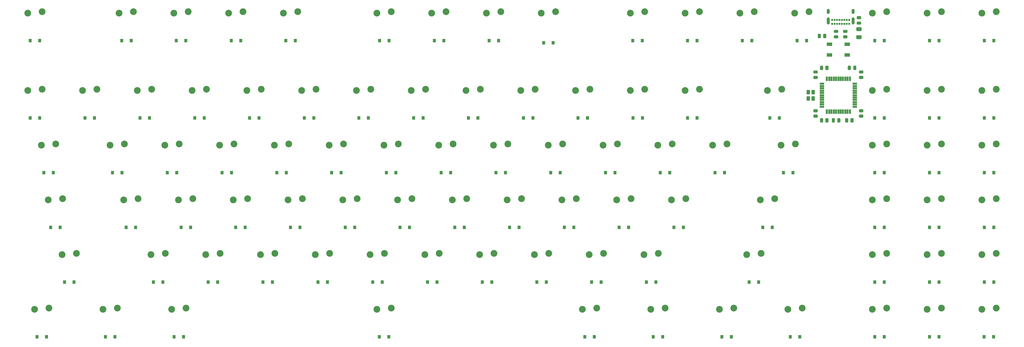
<source format=gbs>
%TF.GenerationSoftware,KiCad,Pcbnew,(5.1.6)-1*%
%TF.CreationDate,2020-08-03T21:56:52-05:00*%
%TF.ProjectId,customKeyboard,63757374-6f6d-44b6-9579-626f6172642e,rev?*%
%TF.SameCoordinates,Original*%
%TF.FileFunction,Soldermask,Bot*%
%TF.FilePolarity,Negative*%
%FSLAX46Y46*%
G04 Gerber Fmt 4.6, Leading zero omitted, Abs format (unit mm)*
G04 Created by KiCad (PCBNEW (5.1.6)-1) date 2020-08-03 21:56:52*
%MOMM*%
%LPD*%
G01*
G04 APERTURE LIST*
%ADD10C,2.350000*%
%ADD11R,1.300000X1.500000*%
%ADD12R,1.600000X0.650000*%
%ADD13R,0.650000X1.600000*%
%ADD14R,1.900000X1.200000*%
%ADD15C,0.750000*%
%ADD16O,1.000000X2.500000*%
%ADD17O,1.000000X1.800000*%
%ADD18R,1.000000X1.300000*%
G04 APERTURE END LIST*
D10*
%TO.C,ALPS74*%
X343575000Y-27750000D03*
X348575000Y-27250000D03*
%TD*%
%TO.C,F1*%
G36*
G01*
X338276250Y-35462500D02*
X339586250Y-35462500D01*
G75*
G02*
X339856250Y-35732500I0J-270000D01*
G01*
X339856250Y-36542500D01*
G75*
G02*
X339586250Y-36812500I-270000J0D01*
G01*
X338276250Y-36812500D01*
G75*
G02*
X338006250Y-36542500I0J270000D01*
G01*
X338006250Y-35732500D01*
G75*
G02*
X338276250Y-35462500I270000J0D01*
G01*
G37*
G36*
G01*
X338276250Y-32662500D02*
X339586250Y-32662500D01*
G75*
G02*
X339856250Y-32932500I0J-270000D01*
G01*
X339856250Y-33742500D01*
G75*
G02*
X339586250Y-34012500I-270000J0D01*
G01*
X338276250Y-34012500D01*
G75*
G02*
X338006250Y-33742500I0J270000D01*
G01*
X338006250Y-32932500D01*
G75*
G02*
X338276250Y-32662500I270000J0D01*
G01*
G37*
%TD*%
%TO.C,R5*%
G36*
G01*
X339412500Y-29906250D02*
X338450000Y-29906250D01*
G75*
G02*
X338181250Y-29637500I0J268750D01*
G01*
X338181250Y-29100000D01*
G75*
G02*
X338450000Y-28831250I268750J0D01*
G01*
X339412500Y-28831250D01*
G75*
G02*
X339681250Y-29100000I0J-268750D01*
G01*
X339681250Y-29637500D01*
G75*
G02*
X339412500Y-29906250I-268750J0D01*
G01*
G37*
G36*
G01*
X339412500Y-31781250D02*
X338450000Y-31781250D01*
G75*
G02*
X338181250Y-31512500I0J268750D01*
G01*
X338181250Y-30975000D01*
G75*
G02*
X338450000Y-30706250I268750J0D01*
G01*
X339412500Y-30706250D01*
G75*
G02*
X339681250Y-30975000I0J-268750D01*
G01*
X339681250Y-31512500D01*
G75*
G02*
X339412500Y-31781250I-268750J0D01*
G01*
G37*
%TD*%
%TO.C,R2*%
G36*
G01*
X331475000Y-34668750D02*
X330512500Y-34668750D01*
G75*
G02*
X330243750Y-34400000I0J268750D01*
G01*
X330243750Y-33862500D01*
G75*
G02*
X330512500Y-33593750I268750J0D01*
G01*
X331475000Y-33593750D01*
G75*
G02*
X331743750Y-33862500I0J-268750D01*
G01*
X331743750Y-34400000D01*
G75*
G02*
X331475000Y-34668750I-268750J0D01*
G01*
G37*
G36*
G01*
X331475000Y-36543750D02*
X330512500Y-36543750D01*
G75*
G02*
X330243750Y-36275000I0J268750D01*
G01*
X330243750Y-35737500D01*
G75*
G02*
X330512500Y-35468750I268750J0D01*
G01*
X331475000Y-35468750D01*
G75*
G02*
X331743750Y-35737500I0J-268750D01*
G01*
X331743750Y-36275000D01*
G75*
G02*
X331475000Y-36543750I-268750J0D01*
G01*
G37*
%TD*%
%TO.C,C7*%
G36*
G01*
X323368750Y-63106250D02*
X324331250Y-63106250D01*
G75*
G02*
X324600000Y-63375000I0J-268750D01*
G01*
X324600000Y-63912500D01*
G75*
G02*
X324331250Y-64181250I-268750J0D01*
G01*
X323368750Y-64181250D01*
G75*
G02*
X323100000Y-63912500I0J268750D01*
G01*
X323100000Y-63375000D01*
G75*
G02*
X323368750Y-63106250I268750J0D01*
G01*
G37*
G36*
G01*
X323368750Y-61231250D02*
X324331250Y-61231250D01*
G75*
G02*
X324600000Y-61500000I0J-268750D01*
G01*
X324600000Y-62037500D01*
G75*
G02*
X324331250Y-62306250I-268750J0D01*
G01*
X323368750Y-62306250D01*
G75*
G02*
X323100000Y-62037500I0J268750D01*
G01*
X323100000Y-61500000D01*
G75*
G02*
X323368750Y-61231250I268750J0D01*
G01*
G37*
%TD*%
%TO.C,ALPS1*%
X49887500Y-27750000D03*
X54887500Y-27250000D03*
%TD*%
%TO.C,R6*%
G36*
G01*
X325687500Y-35237500D02*
X325687500Y-36200000D01*
G75*
G02*
X325418750Y-36468750I-268750J0D01*
G01*
X324881250Y-36468750D01*
G75*
G02*
X324612500Y-36200000I0J268750D01*
G01*
X324612500Y-35237500D01*
G75*
G02*
X324881250Y-34968750I268750J0D01*
G01*
X325418750Y-34968750D01*
G75*
G02*
X325687500Y-35237500I0J-268750D01*
G01*
G37*
G36*
G01*
X327562500Y-35237500D02*
X327562500Y-36200000D01*
G75*
G02*
X327293750Y-36468750I-268750J0D01*
G01*
X326756250Y-36468750D01*
G75*
G02*
X326487500Y-36200000I0J268750D01*
G01*
X326487500Y-35237500D01*
G75*
G02*
X326756250Y-34968750I268750J0D01*
G01*
X327293750Y-34968750D01*
G75*
G02*
X327562500Y-35237500I0J-268750D01*
G01*
G37*
%TD*%
%TO.C,ALPS70*%
X304681250Y-92837500D03*
X309681250Y-92337500D03*
%TD*%
D11*
%TO.C,Y1*%
X321356250Y-55256250D03*
X321356250Y-57456250D03*
X323056250Y-57456250D03*
X323056250Y-55256250D03*
%TD*%
D12*
%TO.C,U1*%
X337487500Y-60356250D03*
X337487500Y-59556250D03*
X337487500Y-58756250D03*
X337487500Y-57956250D03*
X337487500Y-57156250D03*
X337487500Y-56356250D03*
X337487500Y-55556250D03*
X337487500Y-54756250D03*
X337487500Y-53956250D03*
X337487500Y-53156250D03*
X337487500Y-52356250D03*
D13*
X335787500Y-50656250D03*
X334987500Y-50656250D03*
X334187500Y-50656250D03*
X333387500Y-50656250D03*
X332587500Y-50656250D03*
X331787500Y-50656250D03*
X330987500Y-50656250D03*
X330187500Y-50656250D03*
X329387500Y-50656250D03*
X328587500Y-50656250D03*
X327787500Y-50656250D03*
D12*
X326087500Y-52356250D03*
X326087500Y-53156250D03*
X326087500Y-53956250D03*
X326087500Y-54756250D03*
X326087500Y-55556250D03*
X326087500Y-56356250D03*
X326087500Y-57156250D03*
X326087500Y-57956250D03*
X326087500Y-58756250D03*
X326087500Y-59556250D03*
X326087500Y-60356250D03*
D13*
X327787500Y-62056250D03*
X328587500Y-62056250D03*
X329387500Y-62056250D03*
X330187500Y-62056250D03*
X330987500Y-62056250D03*
X331787500Y-62056250D03*
X332587500Y-62056250D03*
X333387500Y-62056250D03*
X334187500Y-62056250D03*
X334987500Y-62056250D03*
X335787500Y-62056250D03*
%TD*%
D14*
%TO.C,SW1*%
X328687500Y-38631250D03*
X334887500Y-42331250D03*
X328687500Y-42331250D03*
X334887500Y-38631250D03*
%TD*%
%TO.C,R4*%
G36*
G01*
X330593750Y-64606250D02*
X330593750Y-65568750D01*
G75*
G02*
X330325000Y-65837500I-268750J0D01*
G01*
X329787500Y-65837500D01*
G75*
G02*
X329518750Y-65568750I0J268750D01*
G01*
X329518750Y-64606250D01*
G75*
G02*
X329787500Y-64337500I268750J0D01*
G01*
X330325000Y-64337500D01*
G75*
G02*
X330593750Y-64606250I0J-268750D01*
G01*
G37*
G36*
G01*
X332468750Y-64606250D02*
X332468750Y-65568750D01*
G75*
G02*
X332200000Y-65837500I-268750J0D01*
G01*
X331662500Y-65837500D01*
G75*
G02*
X331393750Y-65568750I0J268750D01*
G01*
X331393750Y-64606250D01*
G75*
G02*
X331662500Y-64337500I268750J0D01*
G01*
X332200000Y-64337500D01*
G75*
G02*
X332468750Y-64606250I0J-268750D01*
G01*
G37*
%TD*%
%TO.C,R3*%
G36*
G01*
X334650000Y-34668750D02*
X333687500Y-34668750D01*
G75*
G02*
X333418750Y-34400000I0J268750D01*
G01*
X333418750Y-33862500D01*
G75*
G02*
X333687500Y-33593750I268750J0D01*
G01*
X334650000Y-33593750D01*
G75*
G02*
X334918750Y-33862500I0J-268750D01*
G01*
X334918750Y-34400000D01*
G75*
G02*
X334650000Y-34668750I-268750J0D01*
G01*
G37*
G36*
G01*
X334650000Y-36543750D02*
X333687500Y-36543750D01*
G75*
G02*
X333418750Y-36275000I0J268750D01*
G01*
X333418750Y-35737500D01*
G75*
G02*
X333687500Y-35468750I268750J0D01*
G01*
X334650000Y-35468750D01*
G75*
G02*
X334918750Y-35737500I0J-268750D01*
G01*
X334918750Y-36275000D01*
G75*
G02*
X334650000Y-36543750I-268750J0D01*
G01*
G37*
%TD*%
%TO.C,R1*%
G36*
G01*
X336150000Y-46350000D02*
X336150000Y-47312500D01*
G75*
G02*
X335881250Y-47581250I-268750J0D01*
G01*
X335343750Y-47581250D01*
G75*
G02*
X335075000Y-47312500I0J268750D01*
G01*
X335075000Y-46350000D01*
G75*
G02*
X335343750Y-46081250I268750J0D01*
G01*
X335881250Y-46081250D01*
G75*
G02*
X336150000Y-46350000I0J-268750D01*
G01*
G37*
G36*
G01*
X338025000Y-46350000D02*
X338025000Y-47312500D01*
G75*
G02*
X337756250Y-47581250I-268750J0D01*
G01*
X337218750Y-47581250D01*
G75*
G02*
X336950000Y-47312500I0J268750D01*
G01*
X336950000Y-46350000D01*
G75*
G02*
X337218750Y-46081250I268750J0D01*
G01*
X337756250Y-46081250D01*
G75*
G02*
X338025000Y-46350000I0J-268750D01*
G01*
G37*
%TD*%
D15*
%TO.C,J1*%
X331306250Y-31500000D03*
X329606250Y-31500000D03*
X330456250Y-31500000D03*
X332156250Y-31500000D03*
X333006250Y-31500000D03*
X333856250Y-31500000D03*
X334706250Y-31500000D03*
X335556250Y-31500000D03*
X329606250Y-30175000D03*
X330461250Y-30175000D03*
X331311250Y-30175000D03*
X332161250Y-30175000D03*
X333011250Y-30175000D03*
X333861250Y-30175000D03*
X334711250Y-30175000D03*
X335561250Y-30175000D03*
D16*
X328256250Y-30520000D03*
X336906250Y-30520000D03*
D17*
X328256250Y-27140000D03*
X336906250Y-27140000D03*
%TD*%
D18*
%TO.C,D92*%
X292162500Y-83343750D03*
X288862500Y-83343750D03*
%TD*%
%TO.C,D91*%
X385782500Y-140493750D03*
X382482500Y-140493750D03*
%TD*%
%TO.C,D90*%
X385825000Y-121443750D03*
X382525000Y-121443750D03*
%TD*%
%TO.C,D89*%
X385825000Y-102393750D03*
X382525000Y-102393750D03*
%TD*%
%TO.C,D88*%
X385825000Y-83343750D03*
X382525000Y-83343750D03*
%TD*%
%TO.C,D87*%
X385825000Y-64293750D03*
X382525000Y-64293750D03*
%TD*%
%TO.C,D86*%
X385825000Y-37306250D03*
X382525000Y-37306250D03*
%TD*%
%TO.C,D85*%
X366775000Y-140493750D03*
X363475000Y-140493750D03*
%TD*%
%TO.C,D84*%
X366775000Y-121443750D03*
X363475000Y-121443750D03*
%TD*%
%TO.C,D83*%
X366775000Y-102393750D03*
X363475000Y-102393750D03*
%TD*%
%TO.C,D82*%
X366775000Y-83343750D03*
X363475000Y-83343750D03*
%TD*%
%TO.C,D81*%
X366775000Y-64293750D03*
X363475000Y-64293750D03*
%TD*%
%TO.C,D80*%
X366775000Y-37306250D03*
X363475000Y-37306250D03*
%TD*%
%TO.C,D79*%
X347725000Y-140493750D03*
X344425000Y-140493750D03*
%TD*%
%TO.C,D78*%
X347725000Y-121443750D03*
X344425000Y-121443750D03*
%TD*%
%TO.C,D77*%
X347725000Y-102393750D03*
X344425000Y-102393750D03*
%TD*%
%TO.C,D76*%
X347725000Y-83343750D03*
X344425000Y-83343750D03*
%TD*%
%TO.C,D75*%
X347725000Y-64293750D03*
X344425000Y-64293750D03*
%TD*%
%TO.C,D74*%
X347725000Y-37306250D03*
X344425000Y-37306250D03*
%TD*%
%TO.C,D73*%
X311212500Y-64293750D03*
X307912500Y-64293750D03*
%TD*%
%TO.C,D72*%
X320737500Y-37306250D03*
X317437500Y-37306250D03*
%TD*%
%TO.C,D71*%
X315975000Y-83343750D03*
X312675000Y-83343750D03*
%TD*%
%TO.C,D70*%
X308831250Y-102393750D03*
X305531250Y-102393750D03*
%TD*%
%TO.C,D69*%
X318356250Y-140493750D03*
X315056250Y-140493750D03*
%TD*%
%TO.C,D68*%
X304068750Y-121443750D03*
X300768750Y-121443750D03*
%TD*%
%TO.C,D67*%
X282637500Y-64293750D03*
X279337500Y-64293750D03*
%TD*%
%TO.C,D66*%
X301687500Y-37306250D03*
X298387500Y-37306250D03*
%TD*%
%TO.C,D65*%
X277875000Y-102393750D03*
X274575000Y-102393750D03*
%TD*%
%TO.C,D64*%
X273112500Y-83343750D03*
X269812500Y-83343750D03*
%TD*%
%TO.C,D63*%
X294606250Y-140493750D03*
X291306250Y-140493750D03*
%TD*%
%TO.C,D62*%
X263650000Y-64293750D03*
X260350000Y-64293750D03*
%TD*%
%TO.C,D61*%
X282637500Y-37306250D03*
X279337500Y-37306250D03*
%TD*%
%TO.C,D60*%
X268350000Y-121443750D03*
X265050000Y-121443750D03*
%TD*%
%TO.C,D59*%
X258825000Y-102393750D03*
X255525000Y-102393750D03*
%TD*%
%TO.C,D58*%
X254062500Y-83343750D03*
X250762500Y-83343750D03*
%TD*%
%TO.C,D57*%
X244537500Y-64293750D03*
X241237500Y-64293750D03*
%TD*%
%TO.C,D56*%
X263587500Y-37306250D03*
X260287500Y-37306250D03*
%TD*%
%TO.C,D55*%
X249300000Y-121443750D03*
X246000000Y-121443750D03*
%TD*%
%TO.C,D54*%
X270731250Y-140493750D03*
X267431250Y-140493750D03*
%TD*%
%TO.C,D53*%
X239775000Y-102393750D03*
X236475000Y-102393750D03*
%TD*%
%TO.C,D52*%
X235012500Y-83343750D03*
X231712500Y-83343750D03*
%TD*%
%TO.C,D51*%
X225550000Y-64293750D03*
X222250000Y-64293750D03*
%TD*%
%TO.C,D50*%
X230250000Y-121443750D03*
X226950000Y-121443750D03*
%TD*%
%TO.C,D49*%
X232631250Y-38100000D03*
X229331250Y-38100000D03*
%TD*%
%TO.C,D48*%
X246918750Y-140493750D03*
X243618750Y-140493750D03*
%TD*%
%TO.C,D47*%
X220725000Y-102393750D03*
X217425000Y-102393750D03*
%TD*%
%TO.C,D46*%
X215962500Y-83343750D03*
X212662500Y-83343750D03*
%TD*%
%TO.C,D45*%
X206437500Y-64293750D03*
X203137500Y-64293750D03*
%TD*%
%TO.C,D44*%
X211262500Y-121443750D03*
X207962500Y-121443750D03*
%TD*%
%TO.C,D43*%
X213643750Y-37306250D03*
X210343750Y-37306250D03*
%TD*%
%TO.C,D42*%
X201675000Y-102393750D03*
X198375000Y-102393750D03*
%TD*%
%TO.C,D41*%
X196912500Y-83343750D03*
X193612500Y-83343750D03*
%TD*%
%TO.C,D40*%
X187387500Y-64293750D03*
X184087500Y-64293750D03*
%TD*%
%TO.C,D39*%
X192212500Y-121443750D03*
X188912500Y-121443750D03*
%TD*%
%TO.C,D38*%
X194593750Y-37306250D03*
X191293750Y-37306250D03*
%TD*%
%TO.C,D37*%
X182625000Y-102393750D03*
X179325000Y-102393750D03*
%TD*%
%TO.C,D36*%
X177862500Y-83343750D03*
X174562500Y-83343750D03*
%TD*%
%TO.C,D35*%
X168337500Y-64293750D03*
X165037500Y-64293750D03*
%TD*%
%TO.C,D34*%
X173162500Y-121443750D03*
X169862500Y-121443750D03*
%TD*%
%TO.C,D33*%
X175481250Y-140493750D03*
X172181250Y-140493750D03*
%TD*%
%TO.C,D32*%
X175543750Y-37306250D03*
X172243750Y-37306250D03*
%TD*%
%TO.C,D31*%
X163575000Y-102393750D03*
X160275000Y-102393750D03*
%TD*%
%TO.C,D30*%
X158812500Y-83343750D03*
X155512500Y-83343750D03*
%TD*%
%TO.C,D29*%
X149350000Y-64293750D03*
X146050000Y-64293750D03*
%TD*%
%TO.C,D28*%
X154112500Y-121443750D03*
X150812500Y-121443750D03*
%TD*%
%TO.C,D27*%
X144525000Y-102393750D03*
X141225000Y-102393750D03*
%TD*%
%TO.C,D26*%
X139825000Y-83343750D03*
X136525000Y-83343750D03*
%TD*%
%TO.C,D25*%
X142937500Y-37306250D03*
X139637500Y-37306250D03*
%TD*%
%TO.C,D24*%
X130300000Y-64293750D03*
X127000000Y-64293750D03*
%TD*%
%TO.C,D23*%
X135000000Y-121443750D03*
X131700000Y-121443750D03*
%TD*%
%TO.C,D22*%
X125475000Y-102393750D03*
X122175000Y-102393750D03*
%TD*%
%TO.C,D21*%
X120775000Y-83343750D03*
X117475000Y-83343750D03*
%TD*%
%TO.C,D20*%
X123950000Y-37306250D03*
X120650000Y-37306250D03*
%TD*%
%TO.C,D19*%
X111250000Y-64293750D03*
X107950000Y-64293750D03*
%TD*%
%TO.C,D18*%
X104043750Y-140493750D03*
X100743750Y-140493750D03*
%TD*%
%TO.C,D17*%
X115950000Y-121443750D03*
X112650000Y-121443750D03*
%TD*%
%TO.C,D16*%
X106487500Y-102393750D03*
X103187500Y-102393750D03*
%TD*%
%TO.C,D15*%
X101662500Y-83343750D03*
X98362500Y-83343750D03*
%TD*%
%TO.C,D14*%
X104837500Y-37306250D03*
X101537500Y-37306250D03*
%TD*%
%TO.C,D13*%
X92200000Y-64293750D03*
X88900000Y-64293750D03*
%TD*%
%TO.C,D12*%
X96900000Y-121443750D03*
X93600000Y-121443750D03*
%TD*%
%TO.C,D11*%
X80231250Y-140493750D03*
X76931250Y-140493750D03*
%TD*%
%TO.C,D10*%
X87375000Y-102393750D03*
X84075000Y-102393750D03*
%TD*%
%TO.C,D9*%
X82612500Y-83343750D03*
X79312500Y-83343750D03*
%TD*%
%TO.C,D8*%
X85850000Y-37306250D03*
X82550000Y-37306250D03*
%TD*%
%TO.C,D7*%
X73087500Y-64293750D03*
X69787500Y-64293750D03*
%TD*%
%TO.C,D6*%
X65943750Y-121443750D03*
X62643750Y-121443750D03*
%TD*%
%TO.C,D5*%
X56418750Y-140493750D03*
X53118750Y-140493750D03*
%TD*%
%TO.C,D4*%
X61181250Y-102393750D03*
X57881250Y-102393750D03*
%TD*%
%TO.C,D3*%
X58800000Y-83343750D03*
X55500000Y-83343750D03*
%TD*%
%TO.C,D2*%
X54037500Y-64293750D03*
X50737500Y-64293750D03*
%TD*%
%TO.C,D1*%
X54037500Y-37306250D03*
X50737500Y-37306250D03*
%TD*%
%TO.C,C6*%
G36*
G01*
X324331250Y-48812500D02*
X323368750Y-48812500D01*
G75*
G02*
X323100000Y-48543750I0J268750D01*
G01*
X323100000Y-48006250D01*
G75*
G02*
X323368750Y-47737500I268750J0D01*
G01*
X324331250Y-47737500D01*
G75*
G02*
X324600000Y-48006250I0J-268750D01*
G01*
X324600000Y-48543750D01*
G75*
G02*
X324331250Y-48812500I-268750J0D01*
G01*
G37*
G36*
G01*
X324331250Y-50687500D02*
X323368750Y-50687500D01*
G75*
G02*
X323100000Y-50418750I0J268750D01*
G01*
X323100000Y-49881250D01*
G75*
G02*
X323368750Y-49612500I268750J0D01*
G01*
X324331250Y-49612500D01*
G75*
G02*
X324600000Y-49881250I0J-268750D01*
G01*
X324600000Y-50418750D01*
G75*
G02*
X324331250Y-50687500I-268750J0D01*
G01*
G37*
%TD*%
%TO.C,C5*%
G36*
G01*
X340206250Y-62306250D02*
X339243750Y-62306250D01*
G75*
G02*
X338975000Y-62037500I0J268750D01*
G01*
X338975000Y-61500000D01*
G75*
G02*
X339243750Y-61231250I268750J0D01*
G01*
X340206250Y-61231250D01*
G75*
G02*
X340475000Y-61500000I0J-268750D01*
G01*
X340475000Y-62037500D01*
G75*
G02*
X340206250Y-62306250I-268750J0D01*
G01*
G37*
G36*
G01*
X340206250Y-64181250D02*
X339243750Y-64181250D01*
G75*
G02*
X338975000Y-63912500I0J268750D01*
G01*
X338975000Y-63375000D01*
G75*
G02*
X339243750Y-63106250I268750J0D01*
G01*
X340206250Y-63106250D01*
G75*
G02*
X340475000Y-63375000I0J-268750D01*
G01*
X340475000Y-63912500D01*
G75*
G02*
X340206250Y-64181250I-268750J0D01*
G01*
G37*
%TD*%
%TO.C,C4*%
G36*
G01*
X326481250Y-64606250D02*
X326481250Y-65568750D01*
G75*
G02*
X326212500Y-65837500I-268750J0D01*
G01*
X325675000Y-65837500D01*
G75*
G02*
X325406250Y-65568750I0J268750D01*
G01*
X325406250Y-64606250D01*
G75*
G02*
X325675000Y-64337500I268750J0D01*
G01*
X326212500Y-64337500D01*
G75*
G02*
X326481250Y-64606250I0J-268750D01*
G01*
G37*
G36*
G01*
X328356250Y-64606250D02*
X328356250Y-65568750D01*
G75*
G02*
X328087500Y-65837500I-268750J0D01*
G01*
X327550000Y-65837500D01*
G75*
G02*
X327281250Y-65568750I0J268750D01*
G01*
X327281250Y-64606250D01*
G75*
G02*
X327550000Y-64337500I268750J0D01*
G01*
X328087500Y-64337500D01*
G75*
G02*
X328356250Y-64606250I0J-268750D01*
G01*
G37*
%TD*%
%TO.C,C3*%
G36*
G01*
X340206250Y-48812500D02*
X339243750Y-48812500D01*
G75*
G02*
X338975000Y-48543750I0J268750D01*
G01*
X338975000Y-48006250D01*
G75*
G02*
X339243750Y-47737500I268750J0D01*
G01*
X340206250Y-47737500D01*
G75*
G02*
X340475000Y-48006250I0J-268750D01*
G01*
X340475000Y-48543750D01*
G75*
G02*
X340206250Y-48812500I-268750J0D01*
G01*
G37*
G36*
G01*
X340206250Y-50687500D02*
X339243750Y-50687500D01*
G75*
G02*
X338975000Y-50418750I0J268750D01*
G01*
X338975000Y-49881250D01*
G75*
G02*
X339243750Y-49612500I268750J0D01*
G01*
X340206250Y-49612500D01*
G75*
G02*
X340475000Y-49881250I0J-268750D01*
G01*
X340475000Y-50418750D01*
G75*
G02*
X340206250Y-50687500I-268750J0D01*
G01*
G37*
%TD*%
%TO.C,C2*%
G36*
G01*
X326481250Y-46350000D02*
X326481250Y-47312500D01*
G75*
G02*
X326212500Y-47581250I-268750J0D01*
G01*
X325675000Y-47581250D01*
G75*
G02*
X325406250Y-47312500I0J268750D01*
G01*
X325406250Y-46350000D01*
G75*
G02*
X325675000Y-46081250I268750J0D01*
G01*
X326212500Y-46081250D01*
G75*
G02*
X326481250Y-46350000I0J-268750D01*
G01*
G37*
G36*
G01*
X328356250Y-46350000D02*
X328356250Y-47312500D01*
G75*
G02*
X328087500Y-47581250I-268750J0D01*
G01*
X327550000Y-47581250D01*
G75*
G02*
X327281250Y-47312500I0J268750D01*
G01*
X327281250Y-46350000D01*
G75*
G02*
X327550000Y-46081250I268750J0D01*
G01*
X328087500Y-46081250D01*
G75*
G02*
X328356250Y-46350000I0J-268750D01*
G01*
G37*
%TD*%
%TO.C,C1*%
G36*
G01*
X336012500Y-65568750D02*
X336012500Y-64606250D01*
G75*
G02*
X336281250Y-64337500I268750J0D01*
G01*
X336818750Y-64337500D01*
G75*
G02*
X337087500Y-64606250I0J-268750D01*
G01*
X337087500Y-65568750D01*
G75*
G02*
X336818750Y-65837500I-268750J0D01*
G01*
X336281250Y-65837500D01*
G75*
G02*
X336012500Y-65568750I0J268750D01*
G01*
G37*
G36*
G01*
X334137500Y-65568750D02*
X334137500Y-64606250D01*
G75*
G02*
X334406250Y-64337500I268750J0D01*
G01*
X334943750Y-64337500D01*
G75*
G02*
X335212500Y-64606250I0J-268750D01*
G01*
X335212500Y-65568750D01*
G75*
G02*
X334943750Y-65837500I-268750J0D01*
G01*
X334406250Y-65837500D01*
G75*
G02*
X334137500Y-65568750I0J268750D01*
G01*
G37*
%TD*%
D10*
%TO.C,ALPS92*%
X288012500Y-73787500D03*
X293012500Y-73287500D03*
%TD*%
%TO.C,ALPS91*%
X381675000Y-130937500D03*
X386675000Y-130437500D03*
%TD*%
%TO.C,ALPS90*%
X381675000Y-111887500D03*
X386675000Y-111387500D03*
%TD*%
%TO.C,ALPS89*%
X381675000Y-92837500D03*
X386675000Y-92337500D03*
%TD*%
%TO.C,ALPS88*%
X381675000Y-73787500D03*
X386675000Y-73287500D03*
%TD*%
%TO.C,ALPS87*%
X381675000Y-54737500D03*
X386675000Y-54237500D03*
%TD*%
%TO.C,ALPS86*%
X381675000Y-27750000D03*
X386675000Y-27250000D03*
%TD*%
%TO.C,ALPS85*%
X362625000Y-130937500D03*
X367625000Y-130437500D03*
%TD*%
%TO.C,ALPS84*%
X362625000Y-111887500D03*
X367625000Y-111387500D03*
%TD*%
%TO.C,ALPS83*%
X362625000Y-92837500D03*
X367625000Y-92337500D03*
%TD*%
%TO.C,ALPS82*%
X362625000Y-73787500D03*
X367625000Y-73287500D03*
%TD*%
%TO.C,ALPS81*%
X362625000Y-54737500D03*
X367625000Y-54237500D03*
%TD*%
%TO.C,ALPS80*%
X362625000Y-27750000D03*
X367625000Y-27250000D03*
%TD*%
%TO.C,ALPS79*%
X343575000Y-130937500D03*
X348575000Y-130437500D03*
%TD*%
%TO.C,ALPS78*%
X343575000Y-111887500D03*
X348575000Y-111387500D03*
%TD*%
%TO.C,ALPS77*%
X343575000Y-92837500D03*
X348575000Y-92337500D03*
%TD*%
%TO.C,ALPS76*%
X343575000Y-73787500D03*
X348575000Y-73287500D03*
%TD*%
%TO.C,ALPS75*%
X343575000Y-54737500D03*
X348575000Y-54237500D03*
%TD*%
%TO.C,ALPS73*%
X307062500Y-54737500D03*
X312062500Y-54237500D03*
%TD*%
%TO.C,ALPS72*%
X316587500Y-27750000D03*
X321587500Y-27250000D03*
%TD*%
%TO.C,ALPS71*%
X311825000Y-73787500D03*
X316825000Y-73287500D03*
%TD*%
%TO.C,ALPS69*%
X314206250Y-130937500D03*
X319206250Y-130437500D03*
%TD*%
%TO.C,ALPS68*%
X299918750Y-111887500D03*
X304918750Y-111387500D03*
%TD*%
%TO.C,ALPS67*%
X278487500Y-54737500D03*
X283487500Y-54237500D03*
%TD*%
%TO.C,ALPS66*%
X297537500Y-27750000D03*
X302537500Y-27250000D03*
%TD*%
%TO.C,ALPS65*%
X273725000Y-92837500D03*
X278725000Y-92337500D03*
%TD*%
%TO.C,ALPS64*%
X268962500Y-73787500D03*
X273962500Y-73287500D03*
%TD*%
%TO.C,ALPS63*%
X290393750Y-130937500D03*
X295393750Y-130437500D03*
%TD*%
%TO.C,ALPS62*%
X259437500Y-54737500D03*
X264437500Y-54237500D03*
%TD*%
%TO.C,ALPS61*%
X278487500Y-27750000D03*
X283487500Y-27250000D03*
%TD*%
%TO.C,ALPS60*%
X264200000Y-111887500D03*
X269200000Y-111387500D03*
%TD*%
%TO.C,ALPS59*%
X254675000Y-92837500D03*
X259675000Y-92337500D03*
%TD*%
%TO.C,ALPS58*%
X249912500Y-73787500D03*
X254912500Y-73287500D03*
%TD*%
%TO.C,ALPS57*%
X240387500Y-54737500D03*
X245387500Y-54237500D03*
%TD*%
%TO.C,ALPS56*%
X259437500Y-27750000D03*
X264437500Y-27250000D03*
%TD*%
%TO.C,ALPS55*%
X245150000Y-111887500D03*
X250150000Y-111387500D03*
%TD*%
%TO.C,ALPS54*%
X266581250Y-130937500D03*
X271581250Y-130437500D03*
%TD*%
%TO.C,ALPS53*%
X235625000Y-92837500D03*
X240625000Y-92337500D03*
%TD*%
%TO.C,ALPS52*%
X230862500Y-73787500D03*
X235862500Y-73287500D03*
%TD*%
%TO.C,ALPS51*%
X221337500Y-54737500D03*
X226337500Y-54237500D03*
%TD*%
%TO.C,ALPS50*%
X226100000Y-111887500D03*
X231100000Y-111387500D03*
%TD*%
%TO.C,ALPS49*%
X228481250Y-27750000D03*
X233481250Y-27250000D03*
%TD*%
%TO.C,ALPS48*%
X242768750Y-130937500D03*
X247768750Y-130437500D03*
%TD*%
%TO.C,ALPS47*%
X216575000Y-92837500D03*
X221575000Y-92337500D03*
%TD*%
%TO.C,ALPS46*%
X211812500Y-73787500D03*
X216812500Y-73287500D03*
%TD*%
%TO.C,ALPS45*%
X202287500Y-54737500D03*
X207287500Y-54237500D03*
%TD*%
%TO.C,ALPS44*%
X207050000Y-111887500D03*
X212050000Y-111387500D03*
%TD*%
%TO.C,ALPS43*%
X209431250Y-27750000D03*
X214431250Y-27250000D03*
%TD*%
%TO.C,ALPS42*%
X197525000Y-92837500D03*
X202525000Y-92337500D03*
%TD*%
%TO.C,ALPS41*%
X192762500Y-73787500D03*
X197762500Y-73287500D03*
%TD*%
%TO.C,ALPS40*%
X183237500Y-54737500D03*
X188237500Y-54237500D03*
%TD*%
%TO.C,ALPS39*%
X188000000Y-111887500D03*
X193000000Y-111387500D03*
%TD*%
%TO.C,ALPS38*%
X190381250Y-27750000D03*
X195381250Y-27250000D03*
%TD*%
%TO.C,ALPS37*%
X178475000Y-92837500D03*
X183475000Y-92337500D03*
%TD*%
%TO.C,ALPS36*%
X173712500Y-73787500D03*
X178712500Y-73287500D03*
%TD*%
%TO.C,ALPS35*%
X164187500Y-54737500D03*
X169187500Y-54237500D03*
%TD*%
%TO.C,ALPS34*%
X168950000Y-111887500D03*
X173950000Y-111387500D03*
%TD*%
%TO.C,ALPS33*%
X171331250Y-130937500D03*
X176331250Y-130437500D03*
%TD*%
%TO.C,ALPS32*%
X171331250Y-27750000D03*
X176331250Y-27250000D03*
%TD*%
%TO.C,ALPS31*%
X159425000Y-92837500D03*
X164425000Y-92337500D03*
%TD*%
%TO.C,ALPS30*%
X154662500Y-73787500D03*
X159662500Y-73287500D03*
%TD*%
%TO.C,ALPS29*%
X145137500Y-54737500D03*
X150137500Y-54237500D03*
%TD*%
%TO.C,ALPS28*%
X149900000Y-111887500D03*
X154900000Y-111387500D03*
%TD*%
%TO.C,ALPS27*%
X140375000Y-92837500D03*
X145375000Y-92337500D03*
%TD*%
%TO.C,ALPS26*%
X135612500Y-73787500D03*
X140612500Y-73287500D03*
%TD*%
%TO.C,ALPS25*%
X138787500Y-27750000D03*
X143787500Y-27250000D03*
%TD*%
%TO.C,ALPS24*%
X126087500Y-54737500D03*
X131087500Y-54237500D03*
%TD*%
%TO.C,ALPS23*%
X130850000Y-111887500D03*
X135850000Y-111387500D03*
%TD*%
%TO.C,ALPS22*%
X121325000Y-92837500D03*
X126325000Y-92337500D03*
%TD*%
%TO.C,ALPS21*%
X116562500Y-73787500D03*
X121562500Y-73287500D03*
%TD*%
%TO.C,ALPS20*%
X119737500Y-27750000D03*
X124737500Y-27250000D03*
%TD*%
%TO.C,ALPS19*%
X107037500Y-54737500D03*
X112037500Y-54237500D03*
%TD*%
%TO.C,ALPS18*%
X99893750Y-130937500D03*
X104893750Y-130437500D03*
%TD*%
%TO.C,ALPS17*%
X111800000Y-111887500D03*
X116800000Y-111387500D03*
%TD*%
%TO.C,ALPS16*%
X102275000Y-92837500D03*
X107275000Y-92337500D03*
%TD*%
%TO.C,ALPS15*%
X97512500Y-73787500D03*
X102512500Y-73287500D03*
%TD*%
%TO.C,ALPS14*%
X100687500Y-27750000D03*
X105687500Y-27250000D03*
%TD*%
%TO.C,ALPS13*%
X87987500Y-54737500D03*
X92987500Y-54237500D03*
%TD*%
%TO.C,ALPS12*%
X92750000Y-111887500D03*
X97750000Y-111387500D03*
%TD*%
%TO.C,ALPS11*%
X76081250Y-130937500D03*
X81081250Y-130437500D03*
%TD*%
%TO.C,ALPS10*%
X83225000Y-92837500D03*
X88225000Y-92337500D03*
%TD*%
%TO.C,ALPS9*%
X78462500Y-73787500D03*
X83462500Y-73287500D03*
%TD*%
%TO.C,ALPS8*%
X81637500Y-27750000D03*
X86637500Y-27250000D03*
%TD*%
%TO.C,ALPS7*%
X68937500Y-54737500D03*
X73937500Y-54237500D03*
%TD*%
%TO.C,ALPS6*%
X61793750Y-111887500D03*
X66793750Y-111387500D03*
%TD*%
%TO.C,ALPS5*%
X52268750Y-130937500D03*
X57268750Y-130437500D03*
%TD*%
%TO.C,ALPS4*%
X57031250Y-92837500D03*
X62031250Y-92337500D03*
%TD*%
%TO.C,ALPS3*%
X54650000Y-73787500D03*
X59650000Y-73287500D03*
%TD*%
%TO.C,ALPS2*%
X49887500Y-54737500D03*
X54887500Y-54237500D03*
%TD*%
M02*

</source>
